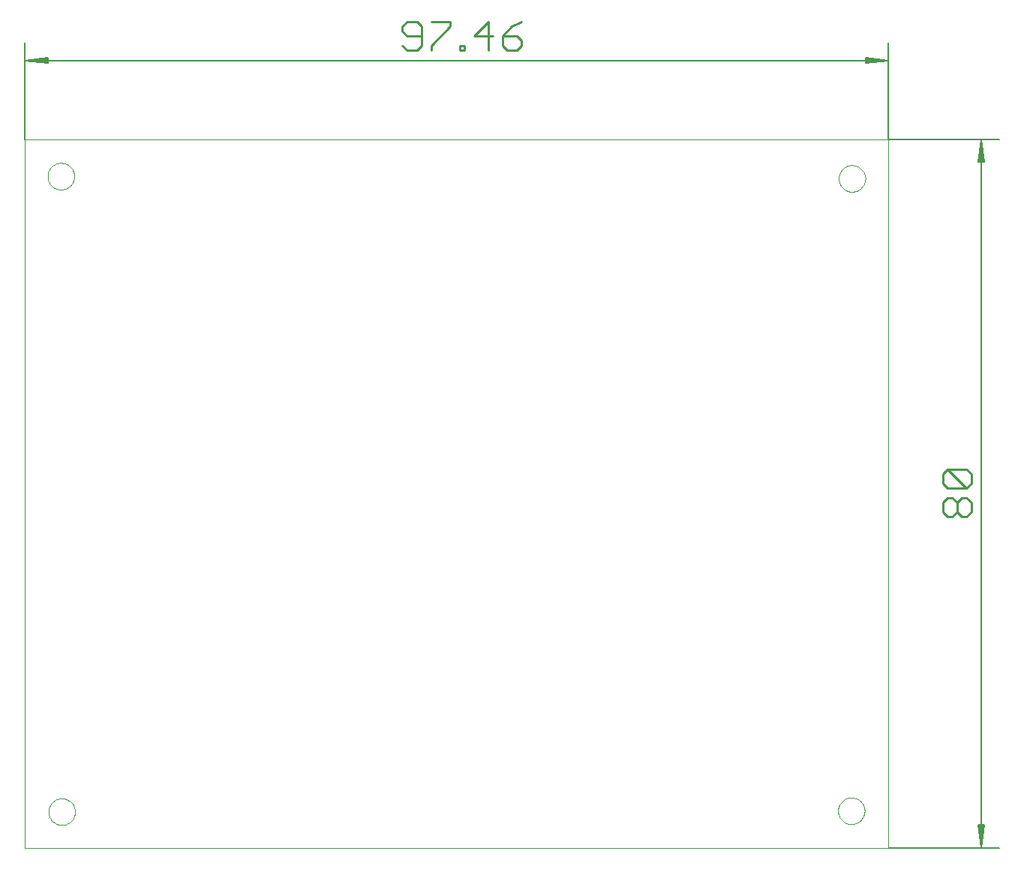
<source format=gm1>
G75*
G70*
%OFA0B0*%
%FSLAX24Y24*%
%IPPOS*%
%LPD*%
%AMOC8*
5,1,8,0,0,1.08239X$1,22.5*
%
%ADD10C,0.0000*%
%ADD11C,0.0051*%
%ADD12C,0.0110*%
D10*
X000000Y000000D02*
X000000Y031496D01*
X038370Y031496D01*
X038370Y000000D01*
X000000Y000000D01*
X001049Y001600D02*
X001051Y001648D01*
X001057Y001696D01*
X001067Y001743D01*
X001080Y001789D01*
X001098Y001834D01*
X001118Y001878D01*
X001143Y001920D01*
X001171Y001959D01*
X001201Y001996D01*
X001235Y002030D01*
X001272Y002062D01*
X001310Y002091D01*
X001351Y002116D01*
X001394Y002138D01*
X001439Y002156D01*
X001485Y002170D01*
X001532Y002181D01*
X001580Y002188D01*
X001628Y002191D01*
X001676Y002190D01*
X001724Y002185D01*
X001772Y002176D01*
X001818Y002164D01*
X001863Y002147D01*
X001907Y002127D01*
X001949Y002104D01*
X001989Y002077D01*
X002027Y002047D01*
X002062Y002014D01*
X002094Y001978D01*
X002124Y001940D01*
X002150Y001899D01*
X002172Y001856D01*
X002192Y001812D01*
X002207Y001767D01*
X002219Y001720D01*
X002227Y001672D01*
X002231Y001624D01*
X002231Y001576D01*
X002227Y001528D01*
X002219Y001480D01*
X002207Y001433D01*
X002192Y001388D01*
X002172Y001344D01*
X002150Y001301D01*
X002124Y001260D01*
X002094Y001222D01*
X002062Y001186D01*
X002027Y001153D01*
X001989Y001123D01*
X001949Y001096D01*
X001907Y001073D01*
X001863Y001053D01*
X001818Y001036D01*
X001772Y001024D01*
X001724Y001015D01*
X001676Y001010D01*
X001628Y001009D01*
X001580Y001012D01*
X001532Y001019D01*
X001485Y001030D01*
X001439Y001044D01*
X001394Y001062D01*
X001351Y001084D01*
X001310Y001109D01*
X001272Y001138D01*
X001235Y001170D01*
X001201Y001204D01*
X001171Y001241D01*
X001143Y001280D01*
X001118Y001322D01*
X001098Y001366D01*
X001080Y001411D01*
X001067Y001457D01*
X001057Y001504D01*
X001051Y001552D01*
X001049Y001600D01*
X001009Y029850D02*
X001011Y029898D01*
X001017Y029946D01*
X001027Y029993D01*
X001040Y030039D01*
X001058Y030084D01*
X001078Y030128D01*
X001103Y030170D01*
X001131Y030209D01*
X001161Y030246D01*
X001195Y030280D01*
X001232Y030312D01*
X001270Y030341D01*
X001311Y030366D01*
X001354Y030388D01*
X001399Y030406D01*
X001445Y030420D01*
X001492Y030431D01*
X001540Y030438D01*
X001588Y030441D01*
X001636Y030440D01*
X001684Y030435D01*
X001732Y030426D01*
X001778Y030414D01*
X001823Y030397D01*
X001867Y030377D01*
X001909Y030354D01*
X001949Y030327D01*
X001987Y030297D01*
X002022Y030264D01*
X002054Y030228D01*
X002084Y030190D01*
X002110Y030149D01*
X002132Y030106D01*
X002152Y030062D01*
X002167Y030017D01*
X002179Y029970D01*
X002187Y029922D01*
X002191Y029874D01*
X002191Y029826D01*
X002187Y029778D01*
X002179Y029730D01*
X002167Y029683D01*
X002152Y029638D01*
X002132Y029594D01*
X002110Y029551D01*
X002084Y029510D01*
X002054Y029472D01*
X002022Y029436D01*
X001987Y029403D01*
X001949Y029373D01*
X001909Y029346D01*
X001867Y029323D01*
X001823Y029303D01*
X001778Y029286D01*
X001732Y029274D01*
X001684Y029265D01*
X001636Y029260D01*
X001588Y029259D01*
X001540Y029262D01*
X001492Y029269D01*
X001445Y029280D01*
X001399Y029294D01*
X001354Y029312D01*
X001311Y029334D01*
X001270Y029359D01*
X001232Y029388D01*
X001195Y029420D01*
X001161Y029454D01*
X001131Y029491D01*
X001103Y029530D01*
X001078Y029572D01*
X001058Y029616D01*
X001040Y029661D01*
X001027Y029707D01*
X001017Y029754D01*
X001011Y029802D01*
X001009Y029850D01*
X036159Y029750D02*
X036161Y029798D01*
X036167Y029846D01*
X036177Y029893D01*
X036190Y029939D01*
X036208Y029984D01*
X036228Y030028D01*
X036253Y030070D01*
X036281Y030109D01*
X036311Y030146D01*
X036345Y030180D01*
X036382Y030212D01*
X036420Y030241D01*
X036461Y030266D01*
X036504Y030288D01*
X036549Y030306D01*
X036595Y030320D01*
X036642Y030331D01*
X036690Y030338D01*
X036738Y030341D01*
X036786Y030340D01*
X036834Y030335D01*
X036882Y030326D01*
X036928Y030314D01*
X036973Y030297D01*
X037017Y030277D01*
X037059Y030254D01*
X037099Y030227D01*
X037137Y030197D01*
X037172Y030164D01*
X037204Y030128D01*
X037234Y030090D01*
X037260Y030049D01*
X037282Y030006D01*
X037302Y029962D01*
X037317Y029917D01*
X037329Y029870D01*
X037337Y029822D01*
X037341Y029774D01*
X037341Y029726D01*
X037337Y029678D01*
X037329Y029630D01*
X037317Y029583D01*
X037302Y029538D01*
X037282Y029494D01*
X037260Y029451D01*
X037234Y029410D01*
X037204Y029372D01*
X037172Y029336D01*
X037137Y029303D01*
X037099Y029273D01*
X037059Y029246D01*
X037017Y029223D01*
X036973Y029203D01*
X036928Y029186D01*
X036882Y029174D01*
X036834Y029165D01*
X036786Y029160D01*
X036738Y029159D01*
X036690Y029162D01*
X036642Y029169D01*
X036595Y029180D01*
X036549Y029194D01*
X036504Y029212D01*
X036461Y029234D01*
X036420Y029259D01*
X036382Y029288D01*
X036345Y029320D01*
X036311Y029354D01*
X036281Y029391D01*
X036253Y029430D01*
X036228Y029472D01*
X036208Y029516D01*
X036190Y029561D01*
X036177Y029607D01*
X036167Y029654D01*
X036161Y029702D01*
X036159Y029750D01*
X036129Y001640D02*
X036131Y001688D01*
X036137Y001736D01*
X036147Y001783D01*
X036160Y001829D01*
X036178Y001874D01*
X036198Y001918D01*
X036223Y001960D01*
X036251Y001999D01*
X036281Y002036D01*
X036315Y002070D01*
X036352Y002102D01*
X036390Y002131D01*
X036431Y002156D01*
X036474Y002178D01*
X036519Y002196D01*
X036565Y002210D01*
X036612Y002221D01*
X036660Y002228D01*
X036708Y002231D01*
X036756Y002230D01*
X036804Y002225D01*
X036852Y002216D01*
X036898Y002204D01*
X036943Y002187D01*
X036987Y002167D01*
X037029Y002144D01*
X037069Y002117D01*
X037107Y002087D01*
X037142Y002054D01*
X037174Y002018D01*
X037204Y001980D01*
X037230Y001939D01*
X037252Y001896D01*
X037272Y001852D01*
X037287Y001807D01*
X037299Y001760D01*
X037307Y001712D01*
X037311Y001664D01*
X037311Y001616D01*
X037307Y001568D01*
X037299Y001520D01*
X037287Y001473D01*
X037272Y001428D01*
X037252Y001384D01*
X037230Y001341D01*
X037204Y001300D01*
X037174Y001262D01*
X037142Y001226D01*
X037107Y001193D01*
X037069Y001163D01*
X037029Y001136D01*
X036987Y001113D01*
X036943Y001093D01*
X036898Y001076D01*
X036852Y001064D01*
X036804Y001055D01*
X036756Y001050D01*
X036708Y001049D01*
X036660Y001052D01*
X036612Y001059D01*
X036565Y001070D01*
X036519Y001084D01*
X036474Y001102D01*
X036431Y001124D01*
X036390Y001149D01*
X036352Y001178D01*
X036315Y001210D01*
X036281Y001244D01*
X036251Y001281D01*
X036223Y001320D01*
X036198Y001362D01*
X036178Y001406D01*
X036160Y001451D01*
X036147Y001497D01*
X036137Y001544D01*
X036131Y001592D01*
X036129Y001640D01*
D11*
X038370Y000000D02*
X043287Y000000D01*
X042500Y000000D02*
X042602Y001024D01*
X042626Y001024D02*
X042500Y000000D01*
X042398Y001024D01*
X042374Y001024D02*
X042626Y001024D01*
X042551Y001024D02*
X042500Y000000D01*
X042449Y001024D01*
X042374Y001024D02*
X042500Y000000D01*
X042500Y031496D01*
X042602Y030472D01*
X042626Y030472D02*
X042500Y031496D01*
X042398Y030472D01*
X042374Y030472D02*
X042626Y030472D01*
X042551Y030472D02*
X042500Y031496D01*
X042449Y030472D01*
X042374Y030472D02*
X042500Y031496D01*
X043287Y031496D02*
X038370Y031496D01*
X038370Y035787D01*
X038370Y035000D02*
X037346Y034898D01*
X037346Y034874D02*
X038370Y035000D01*
X037346Y035102D01*
X037346Y035126D02*
X037346Y034874D01*
X037346Y034949D02*
X038370Y035000D01*
X037346Y035051D01*
X037346Y035126D02*
X038370Y035000D01*
X000000Y035000D01*
X001024Y034898D01*
X001024Y034874D02*
X000000Y035000D01*
X001024Y035102D01*
X001024Y035126D02*
X001024Y034874D01*
X001024Y034949D02*
X000000Y035000D01*
X001024Y035051D01*
X001024Y035126D02*
X000000Y035000D01*
X000000Y035787D02*
X000000Y031496D01*
D12*
X016773Y035660D02*
X016985Y035449D01*
X017408Y035449D01*
X017619Y035660D01*
X017619Y036506D01*
X017408Y036718D01*
X016985Y036718D01*
X016773Y036506D01*
X016773Y036295D01*
X016985Y036083D01*
X017619Y036083D01*
X018042Y035660D02*
X018042Y035449D01*
X018042Y035660D02*
X018888Y036506D01*
X018888Y036718D01*
X018042Y036718D01*
X019311Y035660D02*
X019522Y035660D01*
X019522Y035449D01*
X019311Y035449D01*
X019311Y035660D01*
X019945Y036083D02*
X020791Y036083D01*
X021214Y036083D02*
X021214Y035660D01*
X021425Y035449D01*
X021848Y035449D01*
X022060Y035660D01*
X022060Y035872D01*
X021848Y036083D01*
X021214Y036083D01*
X021637Y036506D01*
X022060Y036718D01*
X020580Y036718D02*
X020580Y035449D01*
X019945Y036083D02*
X020580Y036718D01*
X040782Y016610D02*
X040994Y016821D01*
X041840Y015975D01*
X042051Y016187D01*
X042051Y016610D01*
X041840Y016821D01*
X040994Y016821D01*
X040782Y016610D02*
X040782Y016187D01*
X040994Y015975D01*
X041840Y015975D01*
X041840Y015553D02*
X041628Y015553D01*
X041417Y015341D01*
X041417Y014918D01*
X041205Y014707D01*
X040994Y014707D01*
X040782Y014918D01*
X040782Y015341D01*
X040994Y015553D01*
X041205Y015553D01*
X041417Y015341D01*
X041417Y014918D02*
X041628Y014707D01*
X041840Y014707D01*
X042051Y014918D01*
X042051Y015341D01*
X041840Y015553D01*
M02*

</source>
